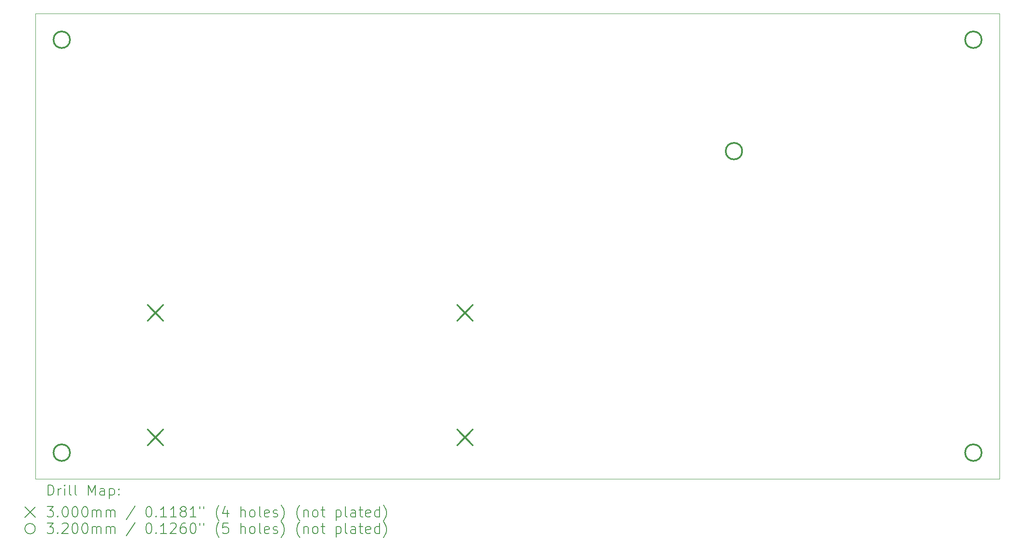
<source format=gbr>
%TF.GenerationSoftware,KiCad,Pcbnew,7.0.2*%
%TF.CreationDate,2023-07-17T11:55:58+02:00*%
%TF.ProjectId,Module_3,4d6f6475-6c65-45f3-932e-6b696361645f,rev?*%
%TF.SameCoordinates,Original*%
%TF.FileFunction,Drillmap*%
%TF.FilePolarity,Positive*%
%FSLAX45Y45*%
G04 Gerber Fmt 4.5, Leading zero omitted, Abs format (unit mm)*
G04 Created by KiCad (PCBNEW 7.0.2) date 2023-07-17 11:55:58*
%MOMM*%
%LPD*%
G01*
G04 APERTURE LIST*
%ADD10C,0.100000*%
%ADD11C,0.200000*%
%ADD12C,0.300000*%
%ADD13C,0.320000*%
G04 APERTURE END LIST*
D10*
X4762500Y-4612800D02*
X23431500Y-4612800D01*
X23431500Y-13629800D01*
X4762500Y-13629800D01*
X4762500Y-4612800D01*
D11*
D12*
X6936600Y-10264000D02*
X7236600Y-10564000D01*
X7236600Y-10264000D02*
X6936600Y-10564000D01*
X6936600Y-12677000D02*
X7236600Y-12977000D01*
X7236600Y-12677000D02*
X6936600Y-12977000D01*
X12931000Y-10264000D02*
X13231000Y-10564000D01*
X13231000Y-10264000D02*
X12931000Y-10564000D01*
X12931000Y-12677000D02*
X13231000Y-12977000D01*
X13231000Y-12677000D02*
X12931000Y-12977000D01*
D13*
X5430500Y-5120800D02*
G75*
G03*
X5430500Y-5120800I-160000J0D01*
G01*
X5430500Y-13121800D02*
G75*
G03*
X5430500Y-13121800I-160000J0D01*
G01*
X18448000Y-7279800D02*
G75*
G03*
X18448000Y-7279800I-160000J0D01*
G01*
X23083500Y-5120800D02*
G75*
G03*
X23083500Y-5120800I-160000J0D01*
G01*
X23083500Y-13121800D02*
G75*
G03*
X23083500Y-13121800I-160000J0D01*
G01*
D11*
X5005119Y-13947324D02*
X5005119Y-13747324D01*
X5005119Y-13747324D02*
X5052738Y-13747324D01*
X5052738Y-13747324D02*
X5081310Y-13756848D01*
X5081310Y-13756848D02*
X5100357Y-13775895D01*
X5100357Y-13775895D02*
X5109881Y-13794943D01*
X5109881Y-13794943D02*
X5119405Y-13833038D01*
X5119405Y-13833038D02*
X5119405Y-13861609D01*
X5119405Y-13861609D02*
X5109881Y-13899705D01*
X5109881Y-13899705D02*
X5100357Y-13918752D01*
X5100357Y-13918752D02*
X5081310Y-13937800D01*
X5081310Y-13937800D02*
X5052738Y-13947324D01*
X5052738Y-13947324D02*
X5005119Y-13947324D01*
X5205119Y-13947324D02*
X5205119Y-13813990D01*
X5205119Y-13852086D02*
X5214643Y-13833038D01*
X5214643Y-13833038D02*
X5224167Y-13823514D01*
X5224167Y-13823514D02*
X5243214Y-13813990D01*
X5243214Y-13813990D02*
X5262262Y-13813990D01*
X5328929Y-13947324D02*
X5328929Y-13813990D01*
X5328929Y-13747324D02*
X5319405Y-13756848D01*
X5319405Y-13756848D02*
X5328929Y-13766371D01*
X5328929Y-13766371D02*
X5338452Y-13756848D01*
X5338452Y-13756848D02*
X5328929Y-13747324D01*
X5328929Y-13747324D02*
X5328929Y-13766371D01*
X5452738Y-13947324D02*
X5433690Y-13937800D01*
X5433690Y-13937800D02*
X5424167Y-13918752D01*
X5424167Y-13918752D02*
X5424167Y-13747324D01*
X5557500Y-13947324D02*
X5538452Y-13937800D01*
X5538452Y-13937800D02*
X5528929Y-13918752D01*
X5528929Y-13918752D02*
X5528929Y-13747324D01*
X5786071Y-13947324D02*
X5786071Y-13747324D01*
X5786071Y-13747324D02*
X5852738Y-13890181D01*
X5852738Y-13890181D02*
X5919405Y-13747324D01*
X5919405Y-13747324D02*
X5919405Y-13947324D01*
X6100357Y-13947324D02*
X6100357Y-13842562D01*
X6100357Y-13842562D02*
X6090833Y-13823514D01*
X6090833Y-13823514D02*
X6071786Y-13813990D01*
X6071786Y-13813990D02*
X6033690Y-13813990D01*
X6033690Y-13813990D02*
X6014643Y-13823514D01*
X6100357Y-13937800D02*
X6081309Y-13947324D01*
X6081309Y-13947324D02*
X6033690Y-13947324D01*
X6033690Y-13947324D02*
X6014643Y-13937800D01*
X6014643Y-13937800D02*
X6005119Y-13918752D01*
X6005119Y-13918752D02*
X6005119Y-13899705D01*
X6005119Y-13899705D02*
X6014643Y-13880657D01*
X6014643Y-13880657D02*
X6033690Y-13871133D01*
X6033690Y-13871133D02*
X6081309Y-13871133D01*
X6081309Y-13871133D02*
X6100357Y-13861609D01*
X6195595Y-13813990D02*
X6195595Y-14013990D01*
X6195595Y-13823514D02*
X6214643Y-13813990D01*
X6214643Y-13813990D02*
X6252738Y-13813990D01*
X6252738Y-13813990D02*
X6271786Y-13823514D01*
X6271786Y-13823514D02*
X6281309Y-13833038D01*
X6281309Y-13833038D02*
X6290833Y-13852086D01*
X6290833Y-13852086D02*
X6290833Y-13909228D01*
X6290833Y-13909228D02*
X6281309Y-13928276D01*
X6281309Y-13928276D02*
X6271786Y-13937800D01*
X6271786Y-13937800D02*
X6252738Y-13947324D01*
X6252738Y-13947324D02*
X6214643Y-13947324D01*
X6214643Y-13947324D02*
X6195595Y-13937800D01*
X6376548Y-13928276D02*
X6386071Y-13937800D01*
X6386071Y-13937800D02*
X6376548Y-13947324D01*
X6376548Y-13947324D02*
X6367024Y-13937800D01*
X6367024Y-13937800D02*
X6376548Y-13928276D01*
X6376548Y-13928276D02*
X6376548Y-13947324D01*
X6376548Y-13823514D02*
X6386071Y-13833038D01*
X6386071Y-13833038D02*
X6376548Y-13842562D01*
X6376548Y-13842562D02*
X6367024Y-13833038D01*
X6367024Y-13833038D02*
X6376548Y-13823514D01*
X6376548Y-13823514D02*
X6376548Y-13842562D01*
X4557500Y-14174800D02*
X4757500Y-14374800D01*
X4757500Y-14174800D02*
X4557500Y-14374800D01*
X4986071Y-14167324D02*
X5109881Y-14167324D01*
X5109881Y-14167324D02*
X5043214Y-14243514D01*
X5043214Y-14243514D02*
X5071786Y-14243514D01*
X5071786Y-14243514D02*
X5090833Y-14253038D01*
X5090833Y-14253038D02*
X5100357Y-14262562D01*
X5100357Y-14262562D02*
X5109881Y-14281609D01*
X5109881Y-14281609D02*
X5109881Y-14329228D01*
X5109881Y-14329228D02*
X5100357Y-14348276D01*
X5100357Y-14348276D02*
X5090833Y-14357800D01*
X5090833Y-14357800D02*
X5071786Y-14367324D01*
X5071786Y-14367324D02*
X5014643Y-14367324D01*
X5014643Y-14367324D02*
X4995595Y-14357800D01*
X4995595Y-14357800D02*
X4986071Y-14348276D01*
X5195595Y-14348276D02*
X5205119Y-14357800D01*
X5205119Y-14357800D02*
X5195595Y-14367324D01*
X5195595Y-14367324D02*
X5186071Y-14357800D01*
X5186071Y-14357800D02*
X5195595Y-14348276D01*
X5195595Y-14348276D02*
X5195595Y-14367324D01*
X5328929Y-14167324D02*
X5347976Y-14167324D01*
X5347976Y-14167324D02*
X5367024Y-14176848D01*
X5367024Y-14176848D02*
X5376548Y-14186371D01*
X5376548Y-14186371D02*
X5386071Y-14205419D01*
X5386071Y-14205419D02*
X5395595Y-14243514D01*
X5395595Y-14243514D02*
X5395595Y-14291133D01*
X5395595Y-14291133D02*
X5386071Y-14329228D01*
X5386071Y-14329228D02*
X5376548Y-14348276D01*
X5376548Y-14348276D02*
X5367024Y-14357800D01*
X5367024Y-14357800D02*
X5347976Y-14367324D01*
X5347976Y-14367324D02*
X5328929Y-14367324D01*
X5328929Y-14367324D02*
X5309881Y-14357800D01*
X5309881Y-14357800D02*
X5300357Y-14348276D01*
X5300357Y-14348276D02*
X5290833Y-14329228D01*
X5290833Y-14329228D02*
X5281310Y-14291133D01*
X5281310Y-14291133D02*
X5281310Y-14243514D01*
X5281310Y-14243514D02*
X5290833Y-14205419D01*
X5290833Y-14205419D02*
X5300357Y-14186371D01*
X5300357Y-14186371D02*
X5309881Y-14176848D01*
X5309881Y-14176848D02*
X5328929Y-14167324D01*
X5519405Y-14167324D02*
X5538452Y-14167324D01*
X5538452Y-14167324D02*
X5557500Y-14176848D01*
X5557500Y-14176848D02*
X5567024Y-14186371D01*
X5567024Y-14186371D02*
X5576548Y-14205419D01*
X5576548Y-14205419D02*
X5586071Y-14243514D01*
X5586071Y-14243514D02*
X5586071Y-14291133D01*
X5586071Y-14291133D02*
X5576548Y-14329228D01*
X5576548Y-14329228D02*
X5567024Y-14348276D01*
X5567024Y-14348276D02*
X5557500Y-14357800D01*
X5557500Y-14357800D02*
X5538452Y-14367324D01*
X5538452Y-14367324D02*
X5519405Y-14367324D01*
X5519405Y-14367324D02*
X5500357Y-14357800D01*
X5500357Y-14357800D02*
X5490833Y-14348276D01*
X5490833Y-14348276D02*
X5481310Y-14329228D01*
X5481310Y-14329228D02*
X5471786Y-14291133D01*
X5471786Y-14291133D02*
X5471786Y-14243514D01*
X5471786Y-14243514D02*
X5481310Y-14205419D01*
X5481310Y-14205419D02*
X5490833Y-14186371D01*
X5490833Y-14186371D02*
X5500357Y-14176848D01*
X5500357Y-14176848D02*
X5519405Y-14167324D01*
X5709881Y-14167324D02*
X5728929Y-14167324D01*
X5728929Y-14167324D02*
X5747976Y-14176848D01*
X5747976Y-14176848D02*
X5757500Y-14186371D01*
X5757500Y-14186371D02*
X5767024Y-14205419D01*
X5767024Y-14205419D02*
X5776548Y-14243514D01*
X5776548Y-14243514D02*
X5776548Y-14291133D01*
X5776548Y-14291133D02*
X5767024Y-14329228D01*
X5767024Y-14329228D02*
X5757500Y-14348276D01*
X5757500Y-14348276D02*
X5747976Y-14357800D01*
X5747976Y-14357800D02*
X5728929Y-14367324D01*
X5728929Y-14367324D02*
X5709881Y-14367324D01*
X5709881Y-14367324D02*
X5690833Y-14357800D01*
X5690833Y-14357800D02*
X5681309Y-14348276D01*
X5681309Y-14348276D02*
X5671786Y-14329228D01*
X5671786Y-14329228D02*
X5662262Y-14291133D01*
X5662262Y-14291133D02*
X5662262Y-14243514D01*
X5662262Y-14243514D02*
X5671786Y-14205419D01*
X5671786Y-14205419D02*
X5681309Y-14186371D01*
X5681309Y-14186371D02*
X5690833Y-14176848D01*
X5690833Y-14176848D02*
X5709881Y-14167324D01*
X5862262Y-14367324D02*
X5862262Y-14233990D01*
X5862262Y-14253038D02*
X5871786Y-14243514D01*
X5871786Y-14243514D02*
X5890833Y-14233990D01*
X5890833Y-14233990D02*
X5919405Y-14233990D01*
X5919405Y-14233990D02*
X5938452Y-14243514D01*
X5938452Y-14243514D02*
X5947976Y-14262562D01*
X5947976Y-14262562D02*
X5947976Y-14367324D01*
X5947976Y-14262562D02*
X5957500Y-14243514D01*
X5957500Y-14243514D02*
X5976548Y-14233990D01*
X5976548Y-14233990D02*
X6005119Y-14233990D01*
X6005119Y-14233990D02*
X6024167Y-14243514D01*
X6024167Y-14243514D02*
X6033690Y-14262562D01*
X6033690Y-14262562D02*
X6033690Y-14367324D01*
X6128929Y-14367324D02*
X6128929Y-14233990D01*
X6128929Y-14253038D02*
X6138452Y-14243514D01*
X6138452Y-14243514D02*
X6157500Y-14233990D01*
X6157500Y-14233990D02*
X6186071Y-14233990D01*
X6186071Y-14233990D02*
X6205119Y-14243514D01*
X6205119Y-14243514D02*
X6214643Y-14262562D01*
X6214643Y-14262562D02*
X6214643Y-14367324D01*
X6214643Y-14262562D02*
X6224167Y-14243514D01*
X6224167Y-14243514D02*
X6243214Y-14233990D01*
X6243214Y-14233990D02*
X6271786Y-14233990D01*
X6271786Y-14233990D02*
X6290833Y-14243514D01*
X6290833Y-14243514D02*
X6300357Y-14262562D01*
X6300357Y-14262562D02*
X6300357Y-14367324D01*
X6690833Y-14157800D02*
X6519405Y-14414943D01*
X6947976Y-14167324D02*
X6967024Y-14167324D01*
X6967024Y-14167324D02*
X6986072Y-14176848D01*
X6986072Y-14176848D02*
X6995595Y-14186371D01*
X6995595Y-14186371D02*
X7005119Y-14205419D01*
X7005119Y-14205419D02*
X7014643Y-14243514D01*
X7014643Y-14243514D02*
X7014643Y-14291133D01*
X7014643Y-14291133D02*
X7005119Y-14329228D01*
X7005119Y-14329228D02*
X6995595Y-14348276D01*
X6995595Y-14348276D02*
X6986072Y-14357800D01*
X6986072Y-14357800D02*
X6967024Y-14367324D01*
X6967024Y-14367324D02*
X6947976Y-14367324D01*
X6947976Y-14367324D02*
X6928929Y-14357800D01*
X6928929Y-14357800D02*
X6919405Y-14348276D01*
X6919405Y-14348276D02*
X6909881Y-14329228D01*
X6909881Y-14329228D02*
X6900357Y-14291133D01*
X6900357Y-14291133D02*
X6900357Y-14243514D01*
X6900357Y-14243514D02*
X6909881Y-14205419D01*
X6909881Y-14205419D02*
X6919405Y-14186371D01*
X6919405Y-14186371D02*
X6928929Y-14176848D01*
X6928929Y-14176848D02*
X6947976Y-14167324D01*
X7100357Y-14348276D02*
X7109881Y-14357800D01*
X7109881Y-14357800D02*
X7100357Y-14367324D01*
X7100357Y-14367324D02*
X7090833Y-14357800D01*
X7090833Y-14357800D02*
X7100357Y-14348276D01*
X7100357Y-14348276D02*
X7100357Y-14367324D01*
X7300357Y-14367324D02*
X7186072Y-14367324D01*
X7243214Y-14367324D02*
X7243214Y-14167324D01*
X7243214Y-14167324D02*
X7224167Y-14195895D01*
X7224167Y-14195895D02*
X7205119Y-14214943D01*
X7205119Y-14214943D02*
X7186072Y-14224467D01*
X7490833Y-14367324D02*
X7376548Y-14367324D01*
X7433691Y-14367324D02*
X7433691Y-14167324D01*
X7433691Y-14167324D02*
X7414643Y-14195895D01*
X7414643Y-14195895D02*
X7395595Y-14214943D01*
X7395595Y-14214943D02*
X7376548Y-14224467D01*
X7605119Y-14253038D02*
X7586072Y-14243514D01*
X7586072Y-14243514D02*
X7576548Y-14233990D01*
X7576548Y-14233990D02*
X7567024Y-14214943D01*
X7567024Y-14214943D02*
X7567024Y-14205419D01*
X7567024Y-14205419D02*
X7576548Y-14186371D01*
X7576548Y-14186371D02*
X7586072Y-14176848D01*
X7586072Y-14176848D02*
X7605119Y-14167324D01*
X7605119Y-14167324D02*
X7643214Y-14167324D01*
X7643214Y-14167324D02*
X7662262Y-14176848D01*
X7662262Y-14176848D02*
X7671786Y-14186371D01*
X7671786Y-14186371D02*
X7681310Y-14205419D01*
X7681310Y-14205419D02*
X7681310Y-14214943D01*
X7681310Y-14214943D02*
X7671786Y-14233990D01*
X7671786Y-14233990D02*
X7662262Y-14243514D01*
X7662262Y-14243514D02*
X7643214Y-14253038D01*
X7643214Y-14253038D02*
X7605119Y-14253038D01*
X7605119Y-14253038D02*
X7586072Y-14262562D01*
X7586072Y-14262562D02*
X7576548Y-14272086D01*
X7576548Y-14272086D02*
X7567024Y-14291133D01*
X7567024Y-14291133D02*
X7567024Y-14329228D01*
X7567024Y-14329228D02*
X7576548Y-14348276D01*
X7576548Y-14348276D02*
X7586072Y-14357800D01*
X7586072Y-14357800D02*
X7605119Y-14367324D01*
X7605119Y-14367324D02*
X7643214Y-14367324D01*
X7643214Y-14367324D02*
X7662262Y-14357800D01*
X7662262Y-14357800D02*
X7671786Y-14348276D01*
X7671786Y-14348276D02*
X7681310Y-14329228D01*
X7681310Y-14329228D02*
X7681310Y-14291133D01*
X7681310Y-14291133D02*
X7671786Y-14272086D01*
X7671786Y-14272086D02*
X7662262Y-14262562D01*
X7662262Y-14262562D02*
X7643214Y-14253038D01*
X7871786Y-14367324D02*
X7757500Y-14367324D01*
X7814643Y-14367324D02*
X7814643Y-14167324D01*
X7814643Y-14167324D02*
X7795595Y-14195895D01*
X7795595Y-14195895D02*
X7776548Y-14214943D01*
X7776548Y-14214943D02*
X7757500Y-14224467D01*
X7947976Y-14167324D02*
X7947976Y-14205419D01*
X8024167Y-14167324D02*
X8024167Y-14205419D01*
X8319405Y-14443514D02*
X8309881Y-14433990D01*
X8309881Y-14433990D02*
X8290834Y-14405419D01*
X8290834Y-14405419D02*
X8281310Y-14386371D01*
X8281310Y-14386371D02*
X8271786Y-14357800D01*
X8271786Y-14357800D02*
X8262262Y-14310181D01*
X8262262Y-14310181D02*
X8262262Y-14272086D01*
X8262262Y-14272086D02*
X8271786Y-14224467D01*
X8271786Y-14224467D02*
X8281310Y-14195895D01*
X8281310Y-14195895D02*
X8290834Y-14176848D01*
X8290834Y-14176848D02*
X8309881Y-14148276D01*
X8309881Y-14148276D02*
X8319405Y-14138752D01*
X8481310Y-14233990D02*
X8481310Y-14367324D01*
X8433691Y-14157800D02*
X8386072Y-14300657D01*
X8386072Y-14300657D02*
X8509881Y-14300657D01*
X8738453Y-14367324D02*
X8738453Y-14167324D01*
X8824167Y-14367324D02*
X8824167Y-14262562D01*
X8824167Y-14262562D02*
X8814643Y-14243514D01*
X8814643Y-14243514D02*
X8795596Y-14233990D01*
X8795596Y-14233990D02*
X8767024Y-14233990D01*
X8767024Y-14233990D02*
X8747977Y-14243514D01*
X8747977Y-14243514D02*
X8738453Y-14253038D01*
X8947977Y-14367324D02*
X8928929Y-14357800D01*
X8928929Y-14357800D02*
X8919405Y-14348276D01*
X8919405Y-14348276D02*
X8909881Y-14329228D01*
X8909881Y-14329228D02*
X8909881Y-14272086D01*
X8909881Y-14272086D02*
X8919405Y-14253038D01*
X8919405Y-14253038D02*
X8928929Y-14243514D01*
X8928929Y-14243514D02*
X8947977Y-14233990D01*
X8947977Y-14233990D02*
X8976548Y-14233990D01*
X8976548Y-14233990D02*
X8995596Y-14243514D01*
X8995596Y-14243514D02*
X9005119Y-14253038D01*
X9005119Y-14253038D02*
X9014643Y-14272086D01*
X9014643Y-14272086D02*
X9014643Y-14329228D01*
X9014643Y-14329228D02*
X9005119Y-14348276D01*
X9005119Y-14348276D02*
X8995596Y-14357800D01*
X8995596Y-14357800D02*
X8976548Y-14367324D01*
X8976548Y-14367324D02*
X8947977Y-14367324D01*
X9128929Y-14367324D02*
X9109881Y-14357800D01*
X9109881Y-14357800D02*
X9100358Y-14338752D01*
X9100358Y-14338752D02*
X9100358Y-14167324D01*
X9281310Y-14357800D02*
X9262262Y-14367324D01*
X9262262Y-14367324D02*
X9224167Y-14367324D01*
X9224167Y-14367324D02*
X9205119Y-14357800D01*
X9205119Y-14357800D02*
X9195596Y-14338752D01*
X9195596Y-14338752D02*
X9195596Y-14262562D01*
X9195596Y-14262562D02*
X9205119Y-14243514D01*
X9205119Y-14243514D02*
X9224167Y-14233990D01*
X9224167Y-14233990D02*
X9262262Y-14233990D01*
X9262262Y-14233990D02*
X9281310Y-14243514D01*
X9281310Y-14243514D02*
X9290834Y-14262562D01*
X9290834Y-14262562D02*
X9290834Y-14281609D01*
X9290834Y-14281609D02*
X9195596Y-14300657D01*
X9367024Y-14357800D02*
X9386072Y-14367324D01*
X9386072Y-14367324D02*
X9424167Y-14367324D01*
X9424167Y-14367324D02*
X9443215Y-14357800D01*
X9443215Y-14357800D02*
X9452739Y-14338752D01*
X9452739Y-14338752D02*
X9452739Y-14329228D01*
X9452739Y-14329228D02*
X9443215Y-14310181D01*
X9443215Y-14310181D02*
X9424167Y-14300657D01*
X9424167Y-14300657D02*
X9395596Y-14300657D01*
X9395596Y-14300657D02*
X9376548Y-14291133D01*
X9376548Y-14291133D02*
X9367024Y-14272086D01*
X9367024Y-14272086D02*
X9367024Y-14262562D01*
X9367024Y-14262562D02*
X9376548Y-14243514D01*
X9376548Y-14243514D02*
X9395596Y-14233990D01*
X9395596Y-14233990D02*
X9424167Y-14233990D01*
X9424167Y-14233990D02*
X9443215Y-14243514D01*
X9519405Y-14443514D02*
X9528929Y-14433990D01*
X9528929Y-14433990D02*
X9547977Y-14405419D01*
X9547977Y-14405419D02*
X9557500Y-14386371D01*
X9557500Y-14386371D02*
X9567024Y-14357800D01*
X9567024Y-14357800D02*
X9576548Y-14310181D01*
X9576548Y-14310181D02*
X9576548Y-14272086D01*
X9576548Y-14272086D02*
X9567024Y-14224467D01*
X9567024Y-14224467D02*
X9557500Y-14195895D01*
X9557500Y-14195895D02*
X9547977Y-14176848D01*
X9547977Y-14176848D02*
X9528929Y-14148276D01*
X9528929Y-14148276D02*
X9519405Y-14138752D01*
X9881310Y-14443514D02*
X9871786Y-14433990D01*
X9871786Y-14433990D02*
X9852739Y-14405419D01*
X9852739Y-14405419D02*
X9843215Y-14386371D01*
X9843215Y-14386371D02*
X9833691Y-14357800D01*
X9833691Y-14357800D02*
X9824167Y-14310181D01*
X9824167Y-14310181D02*
X9824167Y-14272086D01*
X9824167Y-14272086D02*
X9833691Y-14224467D01*
X9833691Y-14224467D02*
X9843215Y-14195895D01*
X9843215Y-14195895D02*
X9852739Y-14176848D01*
X9852739Y-14176848D02*
X9871786Y-14148276D01*
X9871786Y-14148276D02*
X9881310Y-14138752D01*
X9957500Y-14233990D02*
X9957500Y-14367324D01*
X9957500Y-14253038D02*
X9967024Y-14243514D01*
X9967024Y-14243514D02*
X9986072Y-14233990D01*
X9986072Y-14233990D02*
X10014643Y-14233990D01*
X10014643Y-14233990D02*
X10033691Y-14243514D01*
X10033691Y-14243514D02*
X10043215Y-14262562D01*
X10043215Y-14262562D02*
X10043215Y-14367324D01*
X10167024Y-14367324D02*
X10147977Y-14357800D01*
X10147977Y-14357800D02*
X10138453Y-14348276D01*
X10138453Y-14348276D02*
X10128929Y-14329228D01*
X10128929Y-14329228D02*
X10128929Y-14272086D01*
X10128929Y-14272086D02*
X10138453Y-14253038D01*
X10138453Y-14253038D02*
X10147977Y-14243514D01*
X10147977Y-14243514D02*
X10167024Y-14233990D01*
X10167024Y-14233990D02*
X10195596Y-14233990D01*
X10195596Y-14233990D02*
X10214643Y-14243514D01*
X10214643Y-14243514D02*
X10224167Y-14253038D01*
X10224167Y-14253038D02*
X10233691Y-14272086D01*
X10233691Y-14272086D02*
X10233691Y-14329228D01*
X10233691Y-14329228D02*
X10224167Y-14348276D01*
X10224167Y-14348276D02*
X10214643Y-14357800D01*
X10214643Y-14357800D02*
X10195596Y-14367324D01*
X10195596Y-14367324D02*
X10167024Y-14367324D01*
X10290834Y-14233990D02*
X10367024Y-14233990D01*
X10319405Y-14167324D02*
X10319405Y-14338752D01*
X10319405Y-14338752D02*
X10328929Y-14357800D01*
X10328929Y-14357800D02*
X10347977Y-14367324D01*
X10347977Y-14367324D02*
X10367024Y-14367324D01*
X10586072Y-14233990D02*
X10586072Y-14433990D01*
X10586072Y-14243514D02*
X10605120Y-14233990D01*
X10605120Y-14233990D02*
X10643215Y-14233990D01*
X10643215Y-14233990D02*
X10662262Y-14243514D01*
X10662262Y-14243514D02*
X10671786Y-14253038D01*
X10671786Y-14253038D02*
X10681310Y-14272086D01*
X10681310Y-14272086D02*
X10681310Y-14329228D01*
X10681310Y-14329228D02*
X10671786Y-14348276D01*
X10671786Y-14348276D02*
X10662262Y-14357800D01*
X10662262Y-14357800D02*
X10643215Y-14367324D01*
X10643215Y-14367324D02*
X10605120Y-14367324D01*
X10605120Y-14367324D02*
X10586072Y-14357800D01*
X10795596Y-14367324D02*
X10776548Y-14357800D01*
X10776548Y-14357800D02*
X10767024Y-14338752D01*
X10767024Y-14338752D02*
X10767024Y-14167324D01*
X10957501Y-14367324D02*
X10957501Y-14262562D01*
X10957501Y-14262562D02*
X10947977Y-14243514D01*
X10947977Y-14243514D02*
X10928929Y-14233990D01*
X10928929Y-14233990D02*
X10890834Y-14233990D01*
X10890834Y-14233990D02*
X10871786Y-14243514D01*
X10957501Y-14357800D02*
X10938453Y-14367324D01*
X10938453Y-14367324D02*
X10890834Y-14367324D01*
X10890834Y-14367324D02*
X10871786Y-14357800D01*
X10871786Y-14357800D02*
X10862262Y-14338752D01*
X10862262Y-14338752D02*
X10862262Y-14319705D01*
X10862262Y-14319705D02*
X10871786Y-14300657D01*
X10871786Y-14300657D02*
X10890834Y-14291133D01*
X10890834Y-14291133D02*
X10938453Y-14291133D01*
X10938453Y-14291133D02*
X10957501Y-14281609D01*
X11024167Y-14233990D02*
X11100358Y-14233990D01*
X11052739Y-14167324D02*
X11052739Y-14338752D01*
X11052739Y-14338752D02*
X11062262Y-14357800D01*
X11062262Y-14357800D02*
X11081310Y-14367324D01*
X11081310Y-14367324D02*
X11100358Y-14367324D01*
X11243215Y-14357800D02*
X11224167Y-14367324D01*
X11224167Y-14367324D02*
X11186072Y-14367324D01*
X11186072Y-14367324D02*
X11167024Y-14357800D01*
X11167024Y-14357800D02*
X11157501Y-14338752D01*
X11157501Y-14338752D02*
X11157501Y-14262562D01*
X11157501Y-14262562D02*
X11167024Y-14243514D01*
X11167024Y-14243514D02*
X11186072Y-14233990D01*
X11186072Y-14233990D02*
X11224167Y-14233990D01*
X11224167Y-14233990D02*
X11243215Y-14243514D01*
X11243215Y-14243514D02*
X11252739Y-14262562D01*
X11252739Y-14262562D02*
X11252739Y-14281609D01*
X11252739Y-14281609D02*
X11157501Y-14300657D01*
X11424167Y-14367324D02*
X11424167Y-14167324D01*
X11424167Y-14357800D02*
X11405120Y-14367324D01*
X11405120Y-14367324D02*
X11367024Y-14367324D01*
X11367024Y-14367324D02*
X11347977Y-14357800D01*
X11347977Y-14357800D02*
X11338453Y-14348276D01*
X11338453Y-14348276D02*
X11328929Y-14329228D01*
X11328929Y-14329228D02*
X11328929Y-14272086D01*
X11328929Y-14272086D02*
X11338453Y-14253038D01*
X11338453Y-14253038D02*
X11347977Y-14243514D01*
X11347977Y-14243514D02*
X11367024Y-14233990D01*
X11367024Y-14233990D02*
X11405120Y-14233990D01*
X11405120Y-14233990D02*
X11424167Y-14243514D01*
X11500358Y-14443514D02*
X11509881Y-14433990D01*
X11509881Y-14433990D02*
X11528929Y-14405419D01*
X11528929Y-14405419D02*
X11538453Y-14386371D01*
X11538453Y-14386371D02*
X11547977Y-14357800D01*
X11547977Y-14357800D02*
X11557500Y-14310181D01*
X11557500Y-14310181D02*
X11557500Y-14272086D01*
X11557500Y-14272086D02*
X11547977Y-14224467D01*
X11547977Y-14224467D02*
X11538453Y-14195895D01*
X11538453Y-14195895D02*
X11528929Y-14176848D01*
X11528929Y-14176848D02*
X11509881Y-14148276D01*
X11509881Y-14148276D02*
X11500358Y-14138752D01*
X4757500Y-14594800D02*
G75*
G03*
X4757500Y-14594800I-100000J0D01*
G01*
X4986071Y-14487324D02*
X5109881Y-14487324D01*
X5109881Y-14487324D02*
X5043214Y-14563514D01*
X5043214Y-14563514D02*
X5071786Y-14563514D01*
X5071786Y-14563514D02*
X5090833Y-14573038D01*
X5090833Y-14573038D02*
X5100357Y-14582562D01*
X5100357Y-14582562D02*
X5109881Y-14601609D01*
X5109881Y-14601609D02*
X5109881Y-14649228D01*
X5109881Y-14649228D02*
X5100357Y-14668276D01*
X5100357Y-14668276D02*
X5090833Y-14677800D01*
X5090833Y-14677800D02*
X5071786Y-14687324D01*
X5071786Y-14687324D02*
X5014643Y-14687324D01*
X5014643Y-14687324D02*
X4995595Y-14677800D01*
X4995595Y-14677800D02*
X4986071Y-14668276D01*
X5195595Y-14668276D02*
X5205119Y-14677800D01*
X5205119Y-14677800D02*
X5195595Y-14687324D01*
X5195595Y-14687324D02*
X5186071Y-14677800D01*
X5186071Y-14677800D02*
X5195595Y-14668276D01*
X5195595Y-14668276D02*
X5195595Y-14687324D01*
X5281310Y-14506371D02*
X5290833Y-14496848D01*
X5290833Y-14496848D02*
X5309881Y-14487324D01*
X5309881Y-14487324D02*
X5357500Y-14487324D01*
X5357500Y-14487324D02*
X5376548Y-14496848D01*
X5376548Y-14496848D02*
X5386071Y-14506371D01*
X5386071Y-14506371D02*
X5395595Y-14525419D01*
X5395595Y-14525419D02*
X5395595Y-14544467D01*
X5395595Y-14544467D02*
X5386071Y-14573038D01*
X5386071Y-14573038D02*
X5271786Y-14687324D01*
X5271786Y-14687324D02*
X5395595Y-14687324D01*
X5519405Y-14487324D02*
X5538452Y-14487324D01*
X5538452Y-14487324D02*
X5557500Y-14496848D01*
X5557500Y-14496848D02*
X5567024Y-14506371D01*
X5567024Y-14506371D02*
X5576548Y-14525419D01*
X5576548Y-14525419D02*
X5586071Y-14563514D01*
X5586071Y-14563514D02*
X5586071Y-14611133D01*
X5586071Y-14611133D02*
X5576548Y-14649228D01*
X5576548Y-14649228D02*
X5567024Y-14668276D01*
X5567024Y-14668276D02*
X5557500Y-14677800D01*
X5557500Y-14677800D02*
X5538452Y-14687324D01*
X5538452Y-14687324D02*
X5519405Y-14687324D01*
X5519405Y-14687324D02*
X5500357Y-14677800D01*
X5500357Y-14677800D02*
X5490833Y-14668276D01*
X5490833Y-14668276D02*
X5481310Y-14649228D01*
X5481310Y-14649228D02*
X5471786Y-14611133D01*
X5471786Y-14611133D02*
X5471786Y-14563514D01*
X5471786Y-14563514D02*
X5481310Y-14525419D01*
X5481310Y-14525419D02*
X5490833Y-14506371D01*
X5490833Y-14506371D02*
X5500357Y-14496848D01*
X5500357Y-14496848D02*
X5519405Y-14487324D01*
X5709881Y-14487324D02*
X5728929Y-14487324D01*
X5728929Y-14487324D02*
X5747976Y-14496848D01*
X5747976Y-14496848D02*
X5757500Y-14506371D01*
X5757500Y-14506371D02*
X5767024Y-14525419D01*
X5767024Y-14525419D02*
X5776548Y-14563514D01*
X5776548Y-14563514D02*
X5776548Y-14611133D01*
X5776548Y-14611133D02*
X5767024Y-14649228D01*
X5767024Y-14649228D02*
X5757500Y-14668276D01*
X5757500Y-14668276D02*
X5747976Y-14677800D01*
X5747976Y-14677800D02*
X5728929Y-14687324D01*
X5728929Y-14687324D02*
X5709881Y-14687324D01*
X5709881Y-14687324D02*
X5690833Y-14677800D01*
X5690833Y-14677800D02*
X5681309Y-14668276D01*
X5681309Y-14668276D02*
X5671786Y-14649228D01*
X5671786Y-14649228D02*
X5662262Y-14611133D01*
X5662262Y-14611133D02*
X5662262Y-14563514D01*
X5662262Y-14563514D02*
X5671786Y-14525419D01*
X5671786Y-14525419D02*
X5681309Y-14506371D01*
X5681309Y-14506371D02*
X5690833Y-14496848D01*
X5690833Y-14496848D02*
X5709881Y-14487324D01*
X5862262Y-14687324D02*
X5862262Y-14553990D01*
X5862262Y-14573038D02*
X5871786Y-14563514D01*
X5871786Y-14563514D02*
X5890833Y-14553990D01*
X5890833Y-14553990D02*
X5919405Y-14553990D01*
X5919405Y-14553990D02*
X5938452Y-14563514D01*
X5938452Y-14563514D02*
X5947976Y-14582562D01*
X5947976Y-14582562D02*
X5947976Y-14687324D01*
X5947976Y-14582562D02*
X5957500Y-14563514D01*
X5957500Y-14563514D02*
X5976548Y-14553990D01*
X5976548Y-14553990D02*
X6005119Y-14553990D01*
X6005119Y-14553990D02*
X6024167Y-14563514D01*
X6024167Y-14563514D02*
X6033690Y-14582562D01*
X6033690Y-14582562D02*
X6033690Y-14687324D01*
X6128929Y-14687324D02*
X6128929Y-14553990D01*
X6128929Y-14573038D02*
X6138452Y-14563514D01*
X6138452Y-14563514D02*
X6157500Y-14553990D01*
X6157500Y-14553990D02*
X6186071Y-14553990D01*
X6186071Y-14553990D02*
X6205119Y-14563514D01*
X6205119Y-14563514D02*
X6214643Y-14582562D01*
X6214643Y-14582562D02*
X6214643Y-14687324D01*
X6214643Y-14582562D02*
X6224167Y-14563514D01*
X6224167Y-14563514D02*
X6243214Y-14553990D01*
X6243214Y-14553990D02*
X6271786Y-14553990D01*
X6271786Y-14553990D02*
X6290833Y-14563514D01*
X6290833Y-14563514D02*
X6300357Y-14582562D01*
X6300357Y-14582562D02*
X6300357Y-14687324D01*
X6690833Y-14477800D02*
X6519405Y-14734943D01*
X6947976Y-14487324D02*
X6967024Y-14487324D01*
X6967024Y-14487324D02*
X6986072Y-14496848D01*
X6986072Y-14496848D02*
X6995595Y-14506371D01*
X6995595Y-14506371D02*
X7005119Y-14525419D01*
X7005119Y-14525419D02*
X7014643Y-14563514D01*
X7014643Y-14563514D02*
X7014643Y-14611133D01*
X7014643Y-14611133D02*
X7005119Y-14649228D01*
X7005119Y-14649228D02*
X6995595Y-14668276D01*
X6995595Y-14668276D02*
X6986072Y-14677800D01*
X6986072Y-14677800D02*
X6967024Y-14687324D01*
X6967024Y-14687324D02*
X6947976Y-14687324D01*
X6947976Y-14687324D02*
X6928929Y-14677800D01*
X6928929Y-14677800D02*
X6919405Y-14668276D01*
X6919405Y-14668276D02*
X6909881Y-14649228D01*
X6909881Y-14649228D02*
X6900357Y-14611133D01*
X6900357Y-14611133D02*
X6900357Y-14563514D01*
X6900357Y-14563514D02*
X6909881Y-14525419D01*
X6909881Y-14525419D02*
X6919405Y-14506371D01*
X6919405Y-14506371D02*
X6928929Y-14496848D01*
X6928929Y-14496848D02*
X6947976Y-14487324D01*
X7100357Y-14668276D02*
X7109881Y-14677800D01*
X7109881Y-14677800D02*
X7100357Y-14687324D01*
X7100357Y-14687324D02*
X7090833Y-14677800D01*
X7090833Y-14677800D02*
X7100357Y-14668276D01*
X7100357Y-14668276D02*
X7100357Y-14687324D01*
X7300357Y-14687324D02*
X7186072Y-14687324D01*
X7243214Y-14687324D02*
X7243214Y-14487324D01*
X7243214Y-14487324D02*
X7224167Y-14515895D01*
X7224167Y-14515895D02*
X7205119Y-14534943D01*
X7205119Y-14534943D02*
X7186072Y-14544467D01*
X7376548Y-14506371D02*
X7386072Y-14496848D01*
X7386072Y-14496848D02*
X7405119Y-14487324D01*
X7405119Y-14487324D02*
X7452738Y-14487324D01*
X7452738Y-14487324D02*
X7471786Y-14496848D01*
X7471786Y-14496848D02*
X7481310Y-14506371D01*
X7481310Y-14506371D02*
X7490833Y-14525419D01*
X7490833Y-14525419D02*
X7490833Y-14544467D01*
X7490833Y-14544467D02*
X7481310Y-14573038D01*
X7481310Y-14573038D02*
X7367024Y-14687324D01*
X7367024Y-14687324D02*
X7490833Y-14687324D01*
X7662262Y-14487324D02*
X7624167Y-14487324D01*
X7624167Y-14487324D02*
X7605119Y-14496848D01*
X7605119Y-14496848D02*
X7595595Y-14506371D01*
X7595595Y-14506371D02*
X7576548Y-14534943D01*
X7576548Y-14534943D02*
X7567024Y-14573038D01*
X7567024Y-14573038D02*
X7567024Y-14649228D01*
X7567024Y-14649228D02*
X7576548Y-14668276D01*
X7576548Y-14668276D02*
X7586072Y-14677800D01*
X7586072Y-14677800D02*
X7605119Y-14687324D01*
X7605119Y-14687324D02*
X7643214Y-14687324D01*
X7643214Y-14687324D02*
X7662262Y-14677800D01*
X7662262Y-14677800D02*
X7671786Y-14668276D01*
X7671786Y-14668276D02*
X7681310Y-14649228D01*
X7681310Y-14649228D02*
X7681310Y-14601609D01*
X7681310Y-14601609D02*
X7671786Y-14582562D01*
X7671786Y-14582562D02*
X7662262Y-14573038D01*
X7662262Y-14573038D02*
X7643214Y-14563514D01*
X7643214Y-14563514D02*
X7605119Y-14563514D01*
X7605119Y-14563514D02*
X7586072Y-14573038D01*
X7586072Y-14573038D02*
X7576548Y-14582562D01*
X7576548Y-14582562D02*
X7567024Y-14601609D01*
X7805119Y-14487324D02*
X7824167Y-14487324D01*
X7824167Y-14487324D02*
X7843214Y-14496848D01*
X7843214Y-14496848D02*
X7852738Y-14506371D01*
X7852738Y-14506371D02*
X7862262Y-14525419D01*
X7862262Y-14525419D02*
X7871786Y-14563514D01*
X7871786Y-14563514D02*
X7871786Y-14611133D01*
X7871786Y-14611133D02*
X7862262Y-14649228D01*
X7862262Y-14649228D02*
X7852738Y-14668276D01*
X7852738Y-14668276D02*
X7843214Y-14677800D01*
X7843214Y-14677800D02*
X7824167Y-14687324D01*
X7824167Y-14687324D02*
X7805119Y-14687324D01*
X7805119Y-14687324D02*
X7786072Y-14677800D01*
X7786072Y-14677800D02*
X7776548Y-14668276D01*
X7776548Y-14668276D02*
X7767024Y-14649228D01*
X7767024Y-14649228D02*
X7757500Y-14611133D01*
X7757500Y-14611133D02*
X7757500Y-14563514D01*
X7757500Y-14563514D02*
X7767024Y-14525419D01*
X7767024Y-14525419D02*
X7776548Y-14506371D01*
X7776548Y-14506371D02*
X7786072Y-14496848D01*
X7786072Y-14496848D02*
X7805119Y-14487324D01*
X7947976Y-14487324D02*
X7947976Y-14525419D01*
X8024167Y-14487324D02*
X8024167Y-14525419D01*
X8319405Y-14763514D02*
X8309881Y-14753990D01*
X8309881Y-14753990D02*
X8290834Y-14725419D01*
X8290834Y-14725419D02*
X8281310Y-14706371D01*
X8281310Y-14706371D02*
X8271786Y-14677800D01*
X8271786Y-14677800D02*
X8262262Y-14630181D01*
X8262262Y-14630181D02*
X8262262Y-14592086D01*
X8262262Y-14592086D02*
X8271786Y-14544467D01*
X8271786Y-14544467D02*
X8281310Y-14515895D01*
X8281310Y-14515895D02*
X8290834Y-14496848D01*
X8290834Y-14496848D02*
X8309881Y-14468276D01*
X8309881Y-14468276D02*
X8319405Y-14458752D01*
X8490834Y-14487324D02*
X8395596Y-14487324D01*
X8395596Y-14487324D02*
X8386072Y-14582562D01*
X8386072Y-14582562D02*
X8395596Y-14573038D01*
X8395596Y-14573038D02*
X8414643Y-14563514D01*
X8414643Y-14563514D02*
X8462262Y-14563514D01*
X8462262Y-14563514D02*
X8481310Y-14573038D01*
X8481310Y-14573038D02*
X8490834Y-14582562D01*
X8490834Y-14582562D02*
X8500357Y-14601609D01*
X8500357Y-14601609D02*
X8500357Y-14649228D01*
X8500357Y-14649228D02*
X8490834Y-14668276D01*
X8490834Y-14668276D02*
X8481310Y-14677800D01*
X8481310Y-14677800D02*
X8462262Y-14687324D01*
X8462262Y-14687324D02*
X8414643Y-14687324D01*
X8414643Y-14687324D02*
X8395596Y-14677800D01*
X8395596Y-14677800D02*
X8386072Y-14668276D01*
X8738453Y-14687324D02*
X8738453Y-14487324D01*
X8824167Y-14687324D02*
X8824167Y-14582562D01*
X8824167Y-14582562D02*
X8814643Y-14563514D01*
X8814643Y-14563514D02*
X8795596Y-14553990D01*
X8795596Y-14553990D02*
X8767024Y-14553990D01*
X8767024Y-14553990D02*
X8747977Y-14563514D01*
X8747977Y-14563514D02*
X8738453Y-14573038D01*
X8947977Y-14687324D02*
X8928929Y-14677800D01*
X8928929Y-14677800D02*
X8919405Y-14668276D01*
X8919405Y-14668276D02*
X8909881Y-14649228D01*
X8909881Y-14649228D02*
X8909881Y-14592086D01*
X8909881Y-14592086D02*
X8919405Y-14573038D01*
X8919405Y-14573038D02*
X8928929Y-14563514D01*
X8928929Y-14563514D02*
X8947977Y-14553990D01*
X8947977Y-14553990D02*
X8976548Y-14553990D01*
X8976548Y-14553990D02*
X8995596Y-14563514D01*
X8995596Y-14563514D02*
X9005119Y-14573038D01*
X9005119Y-14573038D02*
X9014643Y-14592086D01*
X9014643Y-14592086D02*
X9014643Y-14649228D01*
X9014643Y-14649228D02*
X9005119Y-14668276D01*
X9005119Y-14668276D02*
X8995596Y-14677800D01*
X8995596Y-14677800D02*
X8976548Y-14687324D01*
X8976548Y-14687324D02*
X8947977Y-14687324D01*
X9128929Y-14687324D02*
X9109881Y-14677800D01*
X9109881Y-14677800D02*
X9100358Y-14658752D01*
X9100358Y-14658752D02*
X9100358Y-14487324D01*
X9281310Y-14677800D02*
X9262262Y-14687324D01*
X9262262Y-14687324D02*
X9224167Y-14687324D01*
X9224167Y-14687324D02*
X9205119Y-14677800D01*
X9205119Y-14677800D02*
X9195596Y-14658752D01*
X9195596Y-14658752D02*
X9195596Y-14582562D01*
X9195596Y-14582562D02*
X9205119Y-14563514D01*
X9205119Y-14563514D02*
X9224167Y-14553990D01*
X9224167Y-14553990D02*
X9262262Y-14553990D01*
X9262262Y-14553990D02*
X9281310Y-14563514D01*
X9281310Y-14563514D02*
X9290834Y-14582562D01*
X9290834Y-14582562D02*
X9290834Y-14601609D01*
X9290834Y-14601609D02*
X9195596Y-14620657D01*
X9367024Y-14677800D02*
X9386072Y-14687324D01*
X9386072Y-14687324D02*
X9424167Y-14687324D01*
X9424167Y-14687324D02*
X9443215Y-14677800D01*
X9443215Y-14677800D02*
X9452739Y-14658752D01*
X9452739Y-14658752D02*
X9452739Y-14649228D01*
X9452739Y-14649228D02*
X9443215Y-14630181D01*
X9443215Y-14630181D02*
X9424167Y-14620657D01*
X9424167Y-14620657D02*
X9395596Y-14620657D01*
X9395596Y-14620657D02*
X9376548Y-14611133D01*
X9376548Y-14611133D02*
X9367024Y-14592086D01*
X9367024Y-14592086D02*
X9367024Y-14582562D01*
X9367024Y-14582562D02*
X9376548Y-14563514D01*
X9376548Y-14563514D02*
X9395596Y-14553990D01*
X9395596Y-14553990D02*
X9424167Y-14553990D01*
X9424167Y-14553990D02*
X9443215Y-14563514D01*
X9519405Y-14763514D02*
X9528929Y-14753990D01*
X9528929Y-14753990D02*
X9547977Y-14725419D01*
X9547977Y-14725419D02*
X9557500Y-14706371D01*
X9557500Y-14706371D02*
X9567024Y-14677800D01*
X9567024Y-14677800D02*
X9576548Y-14630181D01*
X9576548Y-14630181D02*
X9576548Y-14592086D01*
X9576548Y-14592086D02*
X9567024Y-14544467D01*
X9567024Y-14544467D02*
X9557500Y-14515895D01*
X9557500Y-14515895D02*
X9547977Y-14496848D01*
X9547977Y-14496848D02*
X9528929Y-14468276D01*
X9528929Y-14468276D02*
X9519405Y-14458752D01*
X9881310Y-14763514D02*
X9871786Y-14753990D01*
X9871786Y-14753990D02*
X9852739Y-14725419D01*
X9852739Y-14725419D02*
X9843215Y-14706371D01*
X9843215Y-14706371D02*
X9833691Y-14677800D01*
X9833691Y-14677800D02*
X9824167Y-14630181D01*
X9824167Y-14630181D02*
X9824167Y-14592086D01*
X9824167Y-14592086D02*
X9833691Y-14544467D01*
X9833691Y-14544467D02*
X9843215Y-14515895D01*
X9843215Y-14515895D02*
X9852739Y-14496848D01*
X9852739Y-14496848D02*
X9871786Y-14468276D01*
X9871786Y-14468276D02*
X9881310Y-14458752D01*
X9957500Y-14553990D02*
X9957500Y-14687324D01*
X9957500Y-14573038D02*
X9967024Y-14563514D01*
X9967024Y-14563514D02*
X9986072Y-14553990D01*
X9986072Y-14553990D02*
X10014643Y-14553990D01*
X10014643Y-14553990D02*
X10033691Y-14563514D01*
X10033691Y-14563514D02*
X10043215Y-14582562D01*
X10043215Y-14582562D02*
X10043215Y-14687324D01*
X10167024Y-14687324D02*
X10147977Y-14677800D01*
X10147977Y-14677800D02*
X10138453Y-14668276D01*
X10138453Y-14668276D02*
X10128929Y-14649228D01*
X10128929Y-14649228D02*
X10128929Y-14592086D01*
X10128929Y-14592086D02*
X10138453Y-14573038D01*
X10138453Y-14573038D02*
X10147977Y-14563514D01*
X10147977Y-14563514D02*
X10167024Y-14553990D01*
X10167024Y-14553990D02*
X10195596Y-14553990D01*
X10195596Y-14553990D02*
X10214643Y-14563514D01*
X10214643Y-14563514D02*
X10224167Y-14573038D01*
X10224167Y-14573038D02*
X10233691Y-14592086D01*
X10233691Y-14592086D02*
X10233691Y-14649228D01*
X10233691Y-14649228D02*
X10224167Y-14668276D01*
X10224167Y-14668276D02*
X10214643Y-14677800D01*
X10214643Y-14677800D02*
X10195596Y-14687324D01*
X10195596Y-14687324D02*
X10167024Y-14687324D01*
X10290834Y-14553990D02*
X10367024Y-14553990D01*
X10319405Y-14487324D02*
X10319405Y-14658752D01*
X10319405Y-14658752D02*
X10328929Y-14677800D01*
X10328929Y-14677800D02*
X10347977Y-14687324D01*
X10347977Y-14687324D02*
X10367024Y-14687324D01*
X10586072Y-14553990D02*
X10586072Y-14753990D01*
X10586072Y-14563514D02*
X10605120Y-14553990D01*
X10605120Y-14553990D02*
X10643215Y-14553990D01*
X10643215Y-14553990D02*
X10662262Y-14563514D01*
X10662262Y-14563514D02*
X10671786Y-14573038D01*
X10671786Y-14573038D02*
X10681310Y-14592086D01*
X10681310Y-14592086D02*
X10681310Y-14649228D01*
X10681310Y-14649228D02*
X10671786Y-14668276D01*
X10671786Y-14668276D02*
X10662262Y-14677800D01*
X10662262Y-14677800D02*
X10643215Y-14687324D01*
X10643215Y-14687324D02*
X10605120Y-14687324D01*
X10605120Y-14687324D02*
X10586072Y-14677800D01*
X10795596Y-14687324D02*
X10776548Y-14677800D01*
X10776548Y-14677800D02*
X10767024Y-14658752D01*
X10767024Y-14658752D02*
X10767024Y-14487324D01*
X10957501Y-14687324D02*
X10957501Y-14582562D01*
X10957501Y-14582562D02*
X10947977Y-14563514D01*
X10947977Y-14563514D02*
X10928929Y-14553990D01*
X10928929Y-14553990D02*
X10890834Y-14553990D01*
X10890834Y-14553990D02*
X10871786Y-14563514D01*
X10957501Y-14677800D02*
X10938453Y-14687324D01*
X10938453Y-14687324D02*
X10890834Y-14687324D01*
X10890834Y-14687324D02*
X10871786Y-14677800D01*
X10871786Y-14677800D02*
X10862262Y-14658752D01*
X10862262Y-14658752D02*
X10862262Y-14639705D01*
X10862262Y-14639705D02*
X10871786Y-14620657D01*
X10871786Y-14620657D02*
X10890834Y-14611133D01*
X10890834Y-14611133D02*
X10938453Y-14611133D01*
X10938453Y-14611133D02*
X10957501Y-14601609D01*
X11024167Y-14553990D02*
X11100358Y-14553990D01*
X11052739Y-14487324D02*
X11052739Y-14658752D01*
X11052739Y-14658752D02*
X11062262Y-14677800D01*
X11062262Y-14677800D02*
X11081310Y-14687324D01*
X11081310Y-14687324D02*
X11100358Y-14687324D01*
X11243215Y-14677800D02*
X11224167Y-14687324D01*
X11224167Y-14687324D02*
X11186072Y-14687324D01*
X11186072Y-14687324D02*
X11167024Y-14677800D01*
X11167024Y-14677800D02*
X11157501Y-14658752D01*
X11157501Y-14658752D02*
X11157501Y-14582562D01*
X11157501Y-14582562D02*
X11167024Y-14563514D01*
X11167024Y-14563514D02*
X11186072Y-14553990D01*
X11186072Y-14553990D02*
X11224167Y-14553990D01*
X11224167Y-14553990D02*
X11243215Y-14563514D01*
X11243215Y-14563514D02*
X11252739Y-14582562D01*
X11252739Y-14582562D02*
X11252739Y-14601609D01*
X11252739Y-14601609D02*
X11157501Y-14620657D01*
X11424167Y-14687324D02*
X11424167Y-14487324D01*
X11424167Y-14677800D02*
X11405120Y-14687324D01*
X11405120Y-14687324D02*
X11367024Y-14687324D01*
X11367024Y-14687324D02*
X11347977Y-14677800D01*
X11347977Y-14677800D02*
X11338453Y-14668276D01*
X11338453Y-14668276D02*
X11328929Y-14649228D01*
X11328929Y-14649228D02*
X11328929Y-14592086D01*
X11328929Y-14592086D02*
X11338453Y-14573038D01*
X11338453Y-14573038D02*
X11347977Y-14563514D01*
X11347977Y-14563514D02*
X11367024Y-14553990D01*
X11367024Y-14553990D02*
X11405120Y-14553990D01*
X11405120Y-14553990D02*
X11424167Y-14563514D01*
X11500358Y-14763514D02*
X11509881Y-14753990D01*
X11509881Y-14753990D02*
X11528929Y-14725419D01*
X11528929Y-14725419D02*
X11538453Y-14706371D01*
X11538453Y-14706371D02*
X11547977Y-14677800D01*
X11547977Y-14677800D02*
X11557500Y-14630181D01*
X11557500Y-14630181D02*
X11557500Y-14592086D01*
X11557500Y-14592086D02*
X11547977Y-14544467D01*
X11547977Y-14544467D02*
X11538453Y-14515895D01*
X11538453Y-14515895D02*
X11528929Y-14496848D01*
X11528929Y-14496848D02*
X11509881Y-14468276D01*
X11509881Y-14468276D02*
X11500358Y-14458752D01*
M02*

</source>
